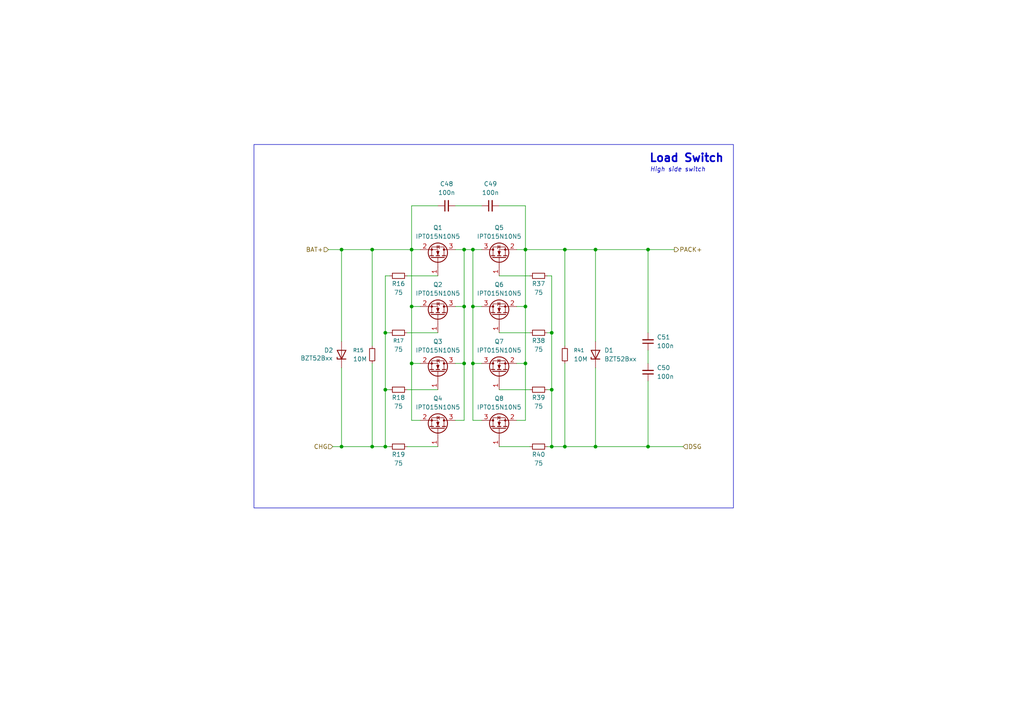
<source format=kicad_sch>
(kicad_sch (version 20250114) (generator "eeschema") (generator_version "9.0")
  (paper "A4")
  (lib_symbols
    (symbol "Device:C_Small" (pin_numbers (hide yes)) (pin_names (offset 0.254) (hide yes))
      (property "Reference" "C" (at 0.254 1.778 0))
      (property "Value" "C_Small" (at 0.254 -2.032 0))
      (symbol "C_Small_0_1"
        (polyline (pts (xy -1.524 0.508) (xy 1.524 0.508)) (stroke (width 0.3048)))
        (polyline (pts (xy -1.524 -0.508) (xy 1.524 -0.508)) (stroke (width 0.3302)))
      )
      (symbol "C_Small_1_1"
        (pin passive line (at 0 2.54 270) (length 2.032) (name "~") (number "1"))
        (pin passive line (at 0 -2.54 90) (length 2.032) (name "~") (number "2"))
      )
    )
    (symbol "Device:R_Small" (pin_numbers (hide yes)) (pin_names (offset 0.254) (hide yes))
      (property "Reference" "R" (at 0 0 90))
      (property "Value" "R_Small" (at 1.778 0 90))
      (symbol "R_Small_0_1"
        (rectangle (start -0.762 1.778) (end 0.762 -1.778) (stroke (width 0.2032)))
      )
      (symbol "R_Small_1_1"
        (pin passive line (at 0 2.54 270) (length 0.762) (name "~") (number "1"))
        (pin passive line (at 0 -2.54 90) (length 0.762) (name "~") (number "2"))
      )
    )
    (symbol "Diode:BZT52Bxx" (pin_numbers (hide yes)) (pin_names (hide yes))
      (property "Reference" "D" (at 0 2.54 0))
      (property "Value" "BZT52Bxx" (at 0 -2.54 0))
      (symbol "BZT52Bxx_0_1"
        (polyline (pts (xy -1.27 -1.27) (xy -1.27 1.27) (xy -0.762 1.27)) (stroke (width 0.254)))
        (polyline (pts (xy 1.27 0) (xy -1.27 0)))
        (polyline (pts (xy 1.27 -1.27) (xy 1.27 1.27) (xy -1.27 0) (xy 1.27 -1.27)) (stroke (width 0.254)))
      )
      (symbol "BZT52Bxx_1_1"
        (pin passive line (at -3.81 0 0) (length 2.54) (name "K") (number "1"))
        (pin passive line (at 3.81 0 180) (length 2.54) (name "A") (number "2"))
      )
    )
    (symbol "Transistor_FET:IPT015N10N5" (pin_names (hide yes))
      (property "Reference" "Q" (at 5.08 1.905 0))
      (property "Value" "IPT015N10N5" (at 5.08 0 0))
      (symbol "IPT015N10N5_0_1"
        (polyline (pts (xy 0.254 1.905) (xy 0.254 -1.905)) (stroke (width 0.254)))
        (polyline (pts (xy 0.254 0) (xy -2.54 0)))
        (polyline (pts (xy 0.762 2.286) (xy 0.762 1.27)) (stroke (width 0.254)))
        (polyline (pts (xy 0.762 0.508) (xy 0.762 -0.508)) (stroke (width 0.254)))
        (polyline (pts (xy 0.762 -1.27) (xy 0.762 -2.286)) (stroke (width 0.254)))
        (polyline (pts (xy 0.762 -1.778) (xy 3.302 -1.778) (xy 3.302 1.778) (xy 0.762 1.778)))
        (polyline (pts (xy 1.016 0) (xy 2.032 0.381) (xy 2.032 -0.381) (xy 1.016 0)) (fill (type outline)))
        (circle (center 1.651 0) (radius 2.794) (stroke (width 0.254)))
        (polyline (pts (xy 2.54 2.54) (xy 2.54 1.778)))
        (circle (center 2.54 1.778) (radius 0.254) (fill (type outline)))
        (circle (center 2.54 -1.778) (radius 0.254) (fill (type outline)))
        (polyline (pts (xy 2.54 -2.54) (xy 2.54 0) (xy 0.762 0)))
        (polyline (pts (xy 2.794 0.508) (xy 2.921 0.381) (xy 3.683 0.381) (xy 3.81 0.254)))
        (polyline (pts (xy 3.302 0.381) (xy 2.921 -0.254) (xy 3.683 -0.254) (xy 3.302 0.381)))
      )
      (symbol "IPT015N10N5_1_1"
        (pin input line (at -5.08 0 0) (length 2.54) (name "G") (number "1"))
        (pin passive line (at 2.54 5.08 270) (length 2.54) (name "D") (number "3"))
        (pin passive line (at 2.54 -5.08 90) (length 2.54) (name "S") (number "2"))
      )
    )
  )
  (rectangle (start 73.66 41.91) (end 212.725 147.32))
  (text "Load Switch" (at 199.136 45.974 0) (effects (font (size 2.3368 2.3368) (thickness 0.4674) (bold yes))))
  (text "High side switch" (at 196.596 49.276 0) (effects (font (size 1.27 1.27) (thickness 0.1588) (italic yes))))
  (junction (at 111.76 96.52))
  (junction (at 99.06 72.39))
  (junction (at 134.62 72.39))
  (junction (at 107.95 129.54))
  (junction (at 187.96 72.39))
  (junction (at 172.72 129.54))
  (junction (at 119.38 105.41))
  (junction (at 119.38 88.9))
  (junction (at 160.02 129.54))
  (junction (at 119.38 72.39))
  (junction (at 163.83 129.54))
  (junction (at 172.72 72.39))
  (junction (at 134.62 88.9))
  (junction (at 137.16 72.39))
  (junction (at 111.76 113.03))
  (junction (at 163.83 72.39))
  (junction (at 160.02 96.52))
  (junction (at 137.16 105.41))
  (junction (at 152.4 72.39))
  (junction (at 137.16 88.9))
  (junction (at 107.95 72.39))
  (junction (at 152.4 88.9))
  (junction (at 134.62 105.41))
  (junction (at 160.02 113.03))
  (junction (at 99.06 129.54))
  (junction (at 111.76 129.54))
  (junction (at 187.96 129.54))
  (junction (at 152.4 105.41))
  (wire (pts (xy 134.62 88.9) (xy 134.62 105.41)))
  (wire (pts (xy 152.4 121.92) (xy 152.4 105.41)))
  (wire (pts (xy 137.16 105.41) (xy 137.16 121.92)))
  (wire (pts (xy 99.06 106.68) (xy 99.06 129.54)))
  (wire (pts (xy 107.95 72.39) (xy 107.95 100.33)))
  (wire (pts (xy 121.92 88.9) (xy 119.38 88.9)))
  (wire (pts (xy 111.76 113.03) (xy 113.03 113.03)))
  (wire (pts (xy 119.38 105.41) (xy 119.38 88.9)))
  (wire (pts (xy 160.02 113.03) (xy 160.02 129.54)))
  (wire (pts (xy 119.38 59.69) (xy 119.38 72.39)))
  (wire (pts (xy 95.25 72.39) (xy 99.06 72.39)))
  (wire (pts (xy 134.62 88.9) (xy 132.08 88.9)))
  (wire (pts (xy 111.76 96.52) (xy 111.76 113.03)))
  (wire (pts (xy 121.92 105.41) (xy 119.38 105.41)))
  (wire (pts (xy 107.95 72.39) (xy 119.38 72.39)))
  (wire (pts (xy 119.38 72.39) (xy 121.92 72.39)))
  (wire (pts (xy 163.83 100.33) (xy 163.83 72.39)))
  (wire (pts (xy 152.4 88.9) (xy 152.4 72.39)))
  (wire (pts (xy 134.62 72.39) (xy 134.62 88.9)))
  (wire (pts (xy 107.95 129.54) (xy 111.76 129.54)))
  (wire (pts (xy 137.16 88.9) (xy 137.16 105.41)))
  (wire (pts (xy 118.11 113.03) (xy 127 113.03)))
  (wire (pts (xy 134.62 105.41) (xy 132.08 105.41)))
  (wire (pts (xy 134.62 72.39) (xy 137.16 72.39)))
  (wire (pts (xy 144.78 129.54) (xy 153.67 129.54)))
  (wire (pts (xy 158.75 113.03) (xy 160.02 113.03)))
  (wire (pts (xy 152.4 72.39) (xy 163.83 72.39)))
  (wire (pts (xy 160.02 80.01) (xy 160.02 96.52)))
  (wire (pts (xy 137.16 72.39) (xy 137.16 88.9)))
  (wire (pts (xy 127 129.54) (xy 118.11 129.54)))
  (wire (pts (xy 187.96 72.39) (xy 187.96 96.52)))
  (wire (pts (xy 132.08 72.39) (xy 134.62 72.39)))
  (wire (pts (xy 187.96 72.39) (xy 195.58 72.39)))
  (wire (pts (xy 144.78 96.52) (xy 153.67 96.52)))
  (wire (pts (xy 187.96 101.6) (xy 187.96 105.41)))
  (wire (pts (xy 99.06 72.39) (xy 107.95 72.39)))
  (wire (pts (xy 144.78 59.69) (xy 152.4 59.69)))
  (wire (pts (xy 107.95 105.41) (xy 107.95 129.54)))
  (wire (pts (xy 149.86 88.9) (xy 152.4 88.9)))
  (wire (pts (xy 172.72 72.39) (xy 187.96 72.39)))
  (wire (pts (xy 149.86 121.92) (xy 152.4 121.92)))
  (wire (pts (xy 121.92 121.92) (xy 119.38 121.92)))
  (wire (pts (xy 158.75 80.01) (xy 160.02 80.01)))
  (wire (pts (xy 160.02 129.54) (xy 163.83 129.54)))
  (wire (pts (xy 134.62 121.92) (xy 132.08 121.92)))
  (wire (pts (xy 134.62 105.41) (xy 134.62 121.92)))
  (wire (pts (xy 152.4 105.41) (xy 152.4 88.9)))
  (wire (pts (xy 111.76 80.01) (xy 111.76 96.52)))
  (wire (pts (xy 139.7 59.69) (xy 132.08 59.69)))
  (wire (pts (xy 149.86 105.41) (xy 152.4 105.41)))
  (wire (pts (xy 127 59.69) (xy 119.38 59.69)))
  (wire (pts (xy 144.78 113.03) (xy 153.67 113.03)))
  (wire (pts (xy 111.76 113.03) (xy 111.76 129.54)))
  (wire (pts (xy 163.83 72.39) (xy 172.72 72.39)))
  (wire (pts (xy 187.96 110.49) (xy 187.96 129.54)))
  (wire (pts (xy 118.11 80.01) (xy 127 80.01)))
  (wire (pts (xy 137.16 88.9) (xy 139.7 88.9)))
  (wire (pts (xy 111.76 80.01) (xy 113.03 80.01)))
  (wire (pts (xy 163.83 105.41) (xy 163.83 129.54)))
  (wire (pts (xy 119.38 88.9) (xy 119.38 72.39)))
  (wire (pts (xy 137.16 105.41) (xy 139.7 105.41)))
  (wire (pts (xy 144.78 80.01) (xy 153.67 80.01)))
  (wire (pts (xy 172.72 129.54) (xy 187.96 129.54)))
  (wire (pts (xy 163.83 129.54) (xy 172.72 129.54)))
  (wire (pts (xy 99.06 72.39) (xy 99.06 99.06)))
  (wire (pts (xy 187.96 129.54) (xy 198.12 129.54)))
  (wire (pts (xy 172.72 72.39) (xy 172.72 99.06)))
  (wire (pts (xy 158.75 96.52) (xy 160.02 96.52)))
  (wire (pts (xy 172.72 106.68) (xy 172.72 129.54)))
  (wire (pts (xy 119.38 121.92) (xy 119.38 105.41)))
  (wire (pts (xy 111.76 96.52) (xy 113.03 96.52)))
  (wire (pts (xy 111.76 129.54) (xy 113.03 129.54)))
  (wire (pts (xy 152.4 59.69) (xy 152.4 72.39)))
  (wire (pts (xy 137.16 121.92) (xy 139.7 121.92)))
  (wire (pts (xy 118.11 96.52) (xy 127 96.52)))
  (wire (pts (xy 137.16 72.39) (xy 139.7 72.39)))
  (wire (pts (xy 99.06 129.54) (xy 107.95 129.54)))
  (wire (pts (xy 158.75 129.54) (xy 160.02 129.54)))
  (wire (pts (xy 160.02 96.52) (xy 160.02 113.03)))
  (wire (pts (xy 152.4 72.39) (xy 149.86 72.39)))
  (wire (pts (xy 96.52 129.54) (xy 99.06 129.54)))
  (hierarchical_label "DSG" (shape input) (at 198.12 129.54 0))
  (hierarchical_label "PACK+" (shape output) (at 195.58 72.39 0))
  (hierarchical_label "CHG" (shape input) (at 96.52 129.54 180))
  (hierarchical_label "BAT+" (shape input) (at 95.25 72.39 180))
  (symbol (lib_id "Device:R_Small") (at 163.83 102.87 0) (unit 1)
    (property "Reference" "R41" (at 166.37 101.5999 0) (effects (font (size 1.016 1.016)) (justify left)))
    (property "Value" "10M" (at 166.37 104.1399 0) (effects (justify left)))
    (property "Footprint" "Resistor_SMD:R_0402_1005Metric" (effects (hide yes)))
    (property "Description" "Resistor, small symbol" (effects (hide yes)))
  )
  (symbol (lib_id "Device:C_Small") (at 187.96 107.95 180) (unit 1)
    (property "Reference" "C50" (at 190.5 106.6735 0) (effects (justify right)))
    (property "Value" "100n" (at 190.5 109.2135 0) (effects (justify right)))
    (property "Description" "Unpolarized capacitor, small symbol" (effects (hide yes)))
  )
  (symbol (lib_id "Transistor_FET:IPT015N10N5") (at 127 91.44 270) (mirror x) (unit 1)
    (property "Reference" "Q2" (at 127 82.55 90))
    (property "Value" "IPT015N10N5" (at 127 85.09 90))
    (property "Footprint" "Package_TO_SOT_SMD:Infineon_PG-HSOF-8-1" (effects (hide yes)))
    (property "Datasheet" "http://www.infineon.com/dgdl/Infineon-IPT015N10N5-DS-v02_01-EN.pdf?fileId=5546d4624a75e5f1014ac94680661aff" (effects (hide yes)))
    (property "Description" "300A Id, 100V Vds, OptiMOS N-Channel Power MOSFET, 1.5mOhm Ron, Qg (typ) 169.0nC, PG-HSOF-8" (effects (hide yes)))
    (property "LCSC" "C108964" (effects (hide yes)))
    (property "Alternate" "C2979263" (effects (hide yes)))
  )
  (symbol (lib_id "Device:R_Small") (at 156.21 113.03 90) (unit 1)
    (property "Reference" "R39" (at 156.21 115.316 90))
    (property "Value" "75" (at 156.21 117.856 90))
    (property "Footprint" "Capacitor_SMD:C_0603_1608Metric" (effects (hide yes)))
    (property "Description" "Resistor, small symbol" (effects (hide yes)))
  )
  (symbol (lib_id "Device:R_Small") (at 107.95 102.87 0) (unit 1)
    (property "Reference" "R15" (at 102.362 101.6 0) (effects (font (size 1.016 1.016)) (justify left)))
    (property "Value" "10M" (at 102.362 104.14 0) (effects (justify left)))
    (property "Footprint" "Resistor_SMD:R_0402_1005Metric" (effects (hide yes)))
    (property "Description" "Resistor, small symbol" (effects (hide yes)))
  )
  (symbol (lib_id "Device:R_Small") (at 115.57 96.52 270) (mirror x) (unit 1)
    (property "Reference" "R17" (at 115.57 98.806 90) (effects (font (size 1.016 1.016))))
    (property "Value" "75" (at 115.57 101.346 90))
    (property "Footprint" "Capacitor_SMD:C_0603_1608Metric" (effects (hide yes)))
    (property "Description" "Resistor, small symbol" (effects (hide yes)))
  )
  (symbol (lib_id "Diode:BZT52Bxx") (at 172.72 102.87 90) (unit 1)
    (property "Reference" "D1" (at 175.26 101.5999 90) (effects (justify right)))
    (property "Value" "BZT52Bxx" (at 175.26 104.1399 90) (effects (justify right)))
    (property "Footprint" "Diode_SMD:D_SOD-123F" (effects (hide yes)))
    (property "Datasheet" "https://diotec.com/tl_files/diotec/files/pdf/datasheets/bzt52b2v4.pdf" (effects (hide yes)))
    (property "Description" "500mW Zener Diode, SOD-123F" (effects (hide yes)))
  )
  (symbol (lib_id "Transistor_FET:IPT015N10N5") (at 144.78 107.95 90) (unit 1)
    (property "Reference" "Q7" (at 144.78 99.06 90))
    (property "Value" "IPT015N10N5" (at 144.78 101.6 90))
    (property "Footprint" "Package_TO_SOT_SMD:Infineon_PG-HSOF-8-1" (effects (hide yes)))
    (property "Datasheet" "http://www.infineon.com/dgdl/Infineon-IPT015N10N5-DS-v02_01-EN.pdf?fileId=5546d4624a75e5f1014ac94680661aff" (effects (hide yes)))
    (property "Description" "300A Id, 100V Vds, OptiMOS N-Channel Power MOSFET, 1.5mOhm Ron, Qg (typ) 169.0nC, PG-HSOF-8" (effects (hide yes)))
    (property "LCSC" "C108964" (effects (hide yes)))
    (property "Alternate" "C2979263" (effects (hide yes)))
  )
  (symbol (lib_id "Transistor_FET:IPT015N10N5") (at 144.78 124.46 90) (unit 1)
    (property "Reference" "Q8" (at 144.78 115.57 90))
    (property "Value" "IPT015N10N5" (at 144.78 118.11 90))
    (property "Footprint" "Package_TO_SOT_SMD:Infineon_PG-HSOF-8-1" (effects (hide yes)))
    (property "Datasheet" "http://www.infineon.com/dgdl/Infineon-IPT015N10N5-DS-v02_01-EN.pdf?fileId=5546d4624a75e5f1014ac94680661aff" (effects (hide yes)))
    (property "Description" "300A Id, 100V Vds, OptiMOS N-Channel Power MOSFET, 1.5mOhm Ron, Qg (typ) 169.0nC, PG-HSOF-8" (effects (hide yes)))
    (property "LCSC" "C108964" (effects (hide yes)))
    (property "Alternate" "C2979263" (effects (hide yes)))
  )
  (symbol (lib_id "Transistor_FET:IPT015N10N5") (at 144.78 74.93 90) (unit 1)
    (property "Reference" "Q5" (at 144.78 66.04 90))
    (property "Value" "IPT015N10N5" (at 144.78 68.58 90))
    (property "Footprint" "Package_TO_SOT_SMD:Infineon_PG-HSOF-8-1" (effects (hide yes)))
    (property "Datasheet" "http://www.infineon.com/dgdl/Infineon-IPT015N10N5-DS-v02_01-EN.pdf?fileId=5546d4624a75e5f1014ac94680661aff" (effects (hide yes)))
    (property "Description" "300A Id, 100V Vds, OptiMOS N-Channel Power MOSFET, 1.5mOhm Ron, Qg (typ) 169.0nC, PG-HSOF-8" (effects (hide yes)))
    (property "LCSC" "C108964" (effects (hide yes)))
    (property "Alternate" "C2979263" (effects (hide yes)))
  )
  (symbol (lib_id "Diode:BZT52Bxx") (at 99.06 102.87 90) (unit 1)
    (property "Reference" "D2" (at 93.98 101.6 90) (effects (justify right)))
    (property "Value" "BZT52Bxx" (at 87.122 103.886 90) (effects (justify right)))
    (property "Footprint" "Diode_SMD:D_SOD-123F" (effects (hide yes)))
    (property "Datasheet" "https://diotec.com/tl_files/diotec/files/pdf/datasheets/bzt52b2v4.pdf" (effects (hide yes)))
    (property "Description" "500mW Zener Diode, SOD-123F" (effects (hide yes)))
  )
  (symbol (lib_id "Device:R_Small") (at 115.57 80.01 270) (mirror x) (unit 1)
    (property "Reference" "R16" (at 115.57 82.296 90))
    (property "Value" "75" (at 115.57 84.836 90))
    (property "Footprint" "Capacitor_SMD:C_0603_1608Metric" (effects (hide yes)))
    (property "Description" "Resistor, small symbol" (effects (hide yes)))
  )
  (symbol (lib_id "Transistor_FET:IPT015N10N5") (at 127 107.95 270) (mirror x) (unit 1)
    (property "Reference" "Q3" (at 127 99.06 90))
    (property "Value" "IPT015N10N5" (at 127 101.6 90))
    (property "Footprint" "Package_TO_SOT_SMD:Infineon_PG-HSOF-8-1" (effects (hide yes)))
    (property "Datasheet" "http://www.infineon.com/dgdl/Infineon-IPT015N10N5-DS-v02_01-EN.pdf?fileId=5546d4624a75e5f1014ac94680661aff" (effects (hide yes)))
    (property "Description" "300A Id, 100V Vds, OptiMOS N-Channel Power MOSFET, 1.5mOhm Ron, Qg (typ) 169.0nC, PG-HSOF-8" (effects (hide yes)))
    (property "LCSC" "C108964" (effects (hide yes)))
    (property "Alternate" "C2979263" (effects (hide yes)))
  )
  (symbol (lib_id "Device:R_Small") (at 115.57 129.54 270) (mirror x) (unit 1)
    (property "Reference" "R19" (at 115.57 131.826 90))
    (property "Value" "75" (at 115.57 134.366 90))
    (property "Footprint" "Capacitor_SMD:C_0603_1608Metric" (effects (hide yes)))
    (property "Description" "Resistor, small symbol" (effects (hide yes)))
  )
  (symbol (lib_id "Transistor_FET:IPT015N10N5") (at 127 74.93 270) (mirror x) (unit 1)
    (property "Reference" "Q1" (at 127 66.04 90))
    (property "Value" "IPT015N10N5" (at 127 68.58 90))
    (property "Footprint" "Package_TO_SOT_SMD:Infineon_PG-HSOF-8-1" (effects (hide yes)))
    (property "Datasheet" "http://www.infineon.com/dgdl/Infineon-IPT015N10N5-DS-v02_01-EN.pdf?fileId=5546d4624a75e5f1014ac94680661aff" (effects (hide yes)))
    (property "Description" "300A Id, 100V Vds, OptiMOS N-Channel Power MOSFET, 1.5mOhm Ron, Qg (typ) 169.0nC, PG-HSOF-8" (effects (hide yes)))
    (property "LCSC" "C108964" (effects (hide yes)))
    (property "Alternate" "C2979263" (effects (hide yes)))
  )
  (symbol (lib_id "Device:C_Small") (at 142.24 59.69 90) (unit 1)
    (property "Reference" "C49" (at 142.2463 53.34 90))
    (property "Value" "100n" (at 142.2463 55.88 90))
    (property "Description" "Unpolarized capacitor, small symbol" (effects (hide yes)))
  )
  (symbol (lib_id "Device:R_Small") (at 115.57 113.03 270) (mirror x) (unit 1)
    (property "Reference" "R18" (at 115.57 115.316 90))
    (property "Value" "75" (at 115.57 117.856 90))
    (property "Footprint" "Capacitor_SMD:C_0603_1608Metric" (effects (hide yes)))
    (property "Description" "Resistor, small symbol" (effects (hide yes)))
  )
  (symbol (lib_id "Device:C_Small") (at 129.54 59.69 90) (unit 1)
    (property "Reference" "C48" (at 129.5463 53.34 90))
    (property "Value" "100n" (at 129.5463 55.88 90))
    (property "Description" "Unpolarized capacitor, small symbol" (effects (hide yes)))
  )
  (symbol (lib_id "Transistor_FET:IPT015N10N5") (at 127 124.46 270) (mirror x) (unit 1)
    (property "Reference" "Q4" (at 127 115.57 90))
    (property "Value" "IPT015N10N5" (at 127 118.11 90))
    (property "Footprint" "Package_TO_SOT_SMD:Infineon_PG-HSOF-8-1" (effects (hide yes)))
    (property "Datasheet" "http://www.infineon.com/dgdl/Infineon-IPT015N10N5-DS-v02_01-EN.pdf?fileId=5546d4624a75e5f1014ac94680661aff" (effects (hide yes)))
    (property "Description" "300A Id, 100V Vds, OptiMOS N-Channel Power MOSFET, 1.5mOhm Ron, Qg (typ) 169.0nC, PG-HSOF-8" (effects (hide yes)))
    (property "LCSC" "C108964" (effects (hide yes)))
    (property "Alternate" "C2979263" (effects (hide yes)))
  )
  (symbol (lib_id "Device:R_Small") (at 156.21 129.54 90) (unit 1)
    (property "Reference" "R40" (at 156.21 131.826 90))
    (property "Value" "75" (at 156.21 134.366 90))
    (property "Footprint" "Capacitor_SMD:C_0603_1608Metric" (effects (hide yes)))
    (property "Description" "Resistor, small symbol" (effects (hide yes)))
  )
  (symbol (lib_id "Device:R_Small") (at 156.21 80.01 90) (unit 1)
    (property "Reference" "R37" (at 156.21 82.296 90))
    (property "Value" "75" (at 156.21 84.836 90))
    (property "Footprint" "Capacitor_SMD:C_0603_1608Metric" (effects (hide yes)))
    (property "Description" "Resistor, small symbol" (effects (hide yes)))
  )
  (symbol (lib_id "Transistor_FET:IPT015N10N5") (at 144.78 91.44 90) (unit 1)
    (property "Reference" "Q6" (at 144.78 82.55 90))
    (property "Value" "IPT015N10N5" (at 144.78 85.09 90))
    (property "Footprint" "Package_TO_SOT_SMD:Infineon_PG-HSOF-8-1" (effects (hide yes)))
    (property "Datasheet" "http://www.infineon.com/dgdl/Infineon-IPT015N10N5-DS-v02_01-EN.pdf?fileId=5546d4624a75e5f1014ac94680661aff" (effects (hide yes)))
    (property "Description" "300A Id, 100V Vds, OptiMOS N-Channel Power MOSFET, 1.5mOhm Ron, Qg (typ) 169.0nC, PG-HSOF-8" (effects (hide yes)))
    (property "LCSC" "C108964" (effects (hide yes)))
    (property "Alternate" "C2979263" (effects (hide yes)))
  )
  (symbol (lib_id "Device:C_Small") (at 187.96 99.06 180) (unit 1)
    (property "Reference" "C51" (at 190.5 97.7835 0) (effects (justify right)))
    (property "Value" "100n" (at 190.5 100.3235 0) (effects (justify right)))
    (property "Description" "Unpolarized capacitor, small symbol" (effects (hide yes)))
  )
  (symbol (lib_id "Device:R_Small") (at 156.21 96.52 90) (unit 1)
    (property "Reference" "R38" (at 156.21 98.806 90))
    (property "Value" "75" (at 156.21 101.346 90))
    (property "Footprint" "Capacitor_SMD:C_0603_1608Metric" (effects (hide yes)))
    (property "Description" "Resistor, small symbol" (effects (hide yes)))
  )
)
</source>
